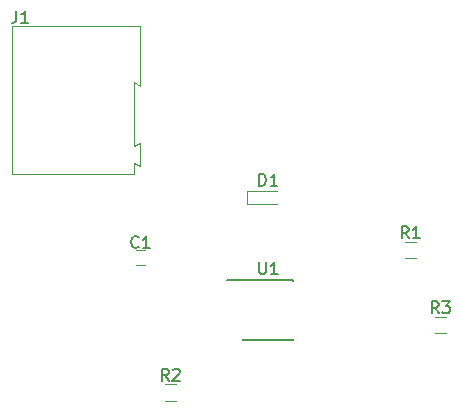
<source format=gbr>
G04 #@! TF.GenerationSoftware,KiCad,Pcbnew,(5.1.0-838-gcbea5149c)*
G04 #@! TF.CreationDate,2019-07-14T10:46:31-04:00*
G04 #@! TF.ProjectId,555BlinkingLED,35353542-6c69-46e6-9b69-6e674c45442e,rev?*
G04 #@! TF.SameCoordinates,Original*
G04 #@! TF.FileFunction,Legend,Top*
G04 #@! TF.FilePolarity,Positive*
%FSLAX46Y46*%
G04 Gerber Fmt 4.6, Leading zero omitted, Abs format (unit mm)*
G04 Created by KiCad (PCBNEW (5.1.0-838-gcbea5149c)) date 2019-07-14 10:46:31*
%MOMM*%
%LPD*%
G04 APERTURE LIST*
%ADD10C,0.150000*%
%ADD11C,0.120000*%
G04 APERTURE END LIST*
D10*
X43010000Y-42510000D02*
X43010000Y-42560000D01*
X47160000Y-42510000D02*
X47160000Y-42655000D01*
X47160000Y-47660000D02*
X47160000Y-47515000D01*
X43010000Y-47660000D02*
X43010000Y-47515000D01*
X43010000Y-42510000D02*
X47160000Y-42510000D01*
X43010000Y-47660000D02*
X47160000Y-47660000D01*
X43010000Y-42560000D02*
X41610000Y-42560000D01*
D11*
X60190000Y-47035000D02*
X59190000Y-47035000D01*
X59190000Y-45675000D02*
X60190000Y-45675000D01*
X37330000Y-52750000D02*
X36330000Y-52750000D01*
X36330000Y-51390000D02*
X37330000Y-51390000D01*
X57650000Y-40685000D02*
X56650000Y-40685000D01*
X56650000Y-39325000D02*
X57650000Y-39325000D01*
X23385000Y-21005000D02*
X23385000Y-33605000D01*
X23385000Y-33605000D02*
X33735000Y-33605000D01*
X33735000Y-33605000D02*
X33735000Y-32655000D01*
X33735000Y-32655000D02*
X34235000Y-32905000D01*
X34235000Y-32905000D02*
X34235000Y-31005000D01*
X34235000Y-31005000D02*
X34235000Y-30955000D01*
X34235000Y-30955000D02*
X33735000Y-31205000D01*
X33735000Y-31205000D02*
X33735000Y-25805000D01*
X33735000Y-25805000D02*
X34235000Y-26105000D01*
X34235000Y-26105000D02*
X34235000Y-21005000D01*
X34235000Y-21005000D02*
X23385000Y-21005000D01*
X43285000Y-35010000D02*
X43285000Y-36110000D01*
X43285000Y-36110000D02*
X45885000Y-36110000D01*
X43285000Y-35010000D02*
X45885000Y-35010000D01*
X33940000Y-40040000D02*
X34640000Y-40040000D01*
X34640000Y-41240000D02*
X33940000Y-41240000D01*
D10*
X44323095Y-41037380D02*
X44323095Y-41846904D01*
X44370714Y-41942142D01*
X44418333Y-41989761D01*
X44513571Y-42037380D01*
X44704047Y-42037380D01*
X44799285Y-41989761D01*
X44846904Y-41942142D01*
X44894523Y-41846904D01*
X44894523Y-41037380D01*
X45894523Y-42037380D02*
X45323095Y-42037380D01*
X45608809Y-42037380D02*
X45608809Y-41037380D01*
X45513571Y-41180238D01*
X45418333Y-41275476D01*
X45323095Y-41323095D01*
X59523333Y-45357380D02*
X59190000Y-44881190D01*
X58951904Y-45357380D02*
X58951904Y-44357380D01*
X59332857Y-44357380D01*
X59428095Y-44405000D01*
X59475714Y-44452619D01*
X59523333Y-44547857D01*
X59523333Y-44690714D01*
X59475714Y-44785952D01*
X59428095Y-44833571D01*
X59332857Y-44881190D01*
X58951904Y-44881190D01*
X59856666Y-44357380D02*
X60475714Y-44357380D01*
X60142380Y-44738333D01*
X60285238Y-44738333D01*
X60380476Y-44785952D01*
X60428095Y-44833571D01*
X60475714Y-44928809D01*
X60475714Y-45166904D01*
X60428095Y-45262142D01*
X60380476Y-45309761D01*
X60285238Y-45357380D01*
X59999523Y-45357380D01*
X59904285Y-45309761D01*
X59856666Y-45262142D01*
X36663333Y-51072380D02*
X36330000Y-50596190D01*
X36091904Y-51072380D02*
X36091904Y-50072380D01*
X36472857Y-50072380D01*
X36568095Y-50120000D01*
X36615714Y-50167619D01*
X36663333Y-50262857D01*
X36663333Y-50405714D01*
X36615714Y-50500952D01*
X36568095Y-50548571D01*
X36472857Y-50596190D01*
X36091904Y-50596190D01*
X37044285Y-50167619D02*
X37091904Y-50120000D01*
X37187142Y-50072380D01*
X37425238Y-50072380D01*
X37520476Y-50120000D01*
X37568095Y-50167619D01*
X37615714Y-50262857D01*
X37615714Y-50358095D01*
X37568095Y-50500952D01*
X36996666Y-51072380D01*
X37615714Y-51072380D01*
X56983333Y-39007380D02*
X56650000Y-38531190D01*
X56411904Y-39007380D02*
X56411904Y-38007380D01*
X56792857Y-38007380D01*
X56888095Y-38055000D01*
X56935714Y-38102619D01*
X56983333Y-38197857D01*
X56983333Y-38340714D01*
X56935714Y-38435952D01*
X56888095Y-38483571D01*
X56792857Y-38531190D01*
X56411904Y-38531190D01*
X57935714Y-39007380D02*
X57364285Y-39007380D01*
X57650000Y-39007380D02*
X57650000Y-38007380D01*
X57554761Y-38150238D01*
X57459523Y-38245476D01*
X57364285Y-38293095D01*
X23781666Y-19767380D02*
X23781666Y-20481666D01*
X23734047Y-20624523D01*
X23638809Y-20719761D01*
X23495952Y-20767380D01*
X23400714Y-20767380D01*
X24781666Y-20767380D02*
X24210238Y-20767380D01*
X24495952Y-20767380D02*
X24495952Y-19767380D01*
X24400714Y-19910238D01*
X24305476Y-20005476D01*
X24210238Y-20053095D01*
X44346904Y-34562380D02*
X44346904Y-33562380D01*
X44585000Y-33562380D01*
X44727857Y-33610000D01*
X44823095Y-33705238D01*
X44870714Y-33800476D01*
X44918333Y-33990952D01*
X44918333Y-34133809D01*
X44870714Y-34324285D01*
X44823095Y-34419523D01*
X44727857Y-34514761D01*
X44585000Y-34562380D01*
X44346904Y-34562380D01*
X45870714Y-34562380D02*
X45299285Y-34562380D01*
X45585000Y-34562380D02*
X45585000Y-33562380D01*
X45489761Y-33705238D01*
X45394523Y-33800476D01*
X45299285Y-33848095D01*
X34123333Y-39747142D02*
X34075714Y-39794761D01*
X33932857Y-39842380D01*
X33837619Y-39842380D01*
X33694761Y-39794761D01*
X33599523Y-39699523D01*
X33551904Y-39604285D01*
X33504285Y-39413809D01*
X33504285Y-39270952D01*
X33551904Y-39080476D01*
X33599523Y-38985238D01*
X33694761Y-38890000D01*
X33837619Y-38842380D01*
X33932857Y-38842380D01*
X34075714Y-38890000D01*
X34123333Y-38937619D01*
X35075714Y-39842380D02*
X34504285Y-39842380D01*
X34790000Y-39842380D02*
X34790000Y-38842380D01*
X34694761Y-38985238D01*
X34599523Y-39080476D01*
X34504285Y-39128095D01*
M02*

</source>
